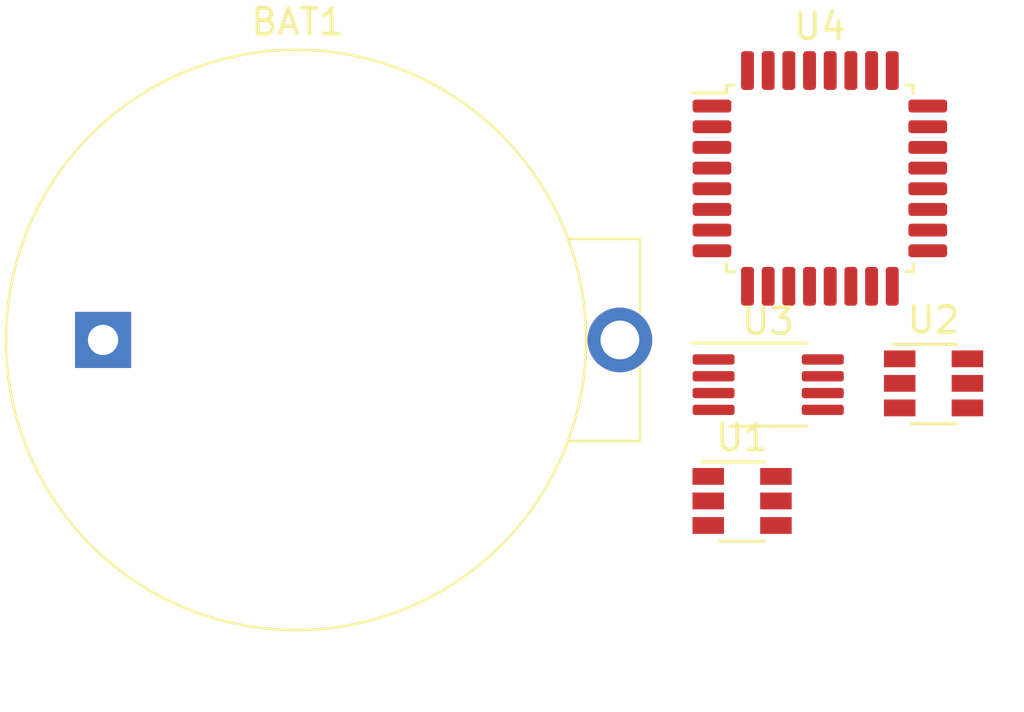
<source format=kicad_pcb>
(kicad_pcb (version 20171130) (host pcbnew 5.1.6)

  (general
    (thickness 1.6)
    (drawings 0)
    (tracks 0)
    (zones 0)
    (modules 5)
    (nets 42)
  )

  (page A4)
  (layers
    (0 F.Cu signal)
    (31 B.Cu signal)
    (32 B.Adhes user)
    (33 F.Adhes user)
    (34 B.Paste user)
    (35 F.Paste user)
    (36 B.SilkS user)
    (37 F.SilkS user)
    (38 B.Mask user)
    (39 F.Mask user)
    (40 Dwgs.User user)
    (41 Cmts.User user)
    (42 Eco1.User user)
    (43 Eco2.User user)
    (44 Edge.Cuts user)
    (45 Margin user)
    (46 B.CrtYd user)
    (47 F.CrtYd user)
    (48 B.Fab user)
    (49 F.Fab user)
  )

  (setup
    (last_trace_width 0.25)
    (trace_clearance 0.2)
    (zone_clearance 0.508)
    (zone_45_only no)
    (trace_min 0.2)
    (via_size 0.8)
    (via_drill 0.4)
    (via_min_size 0.4)
    (via_min_drill 0.3)
    (uvia_size 0.3)
    (uvia_drill 0.1)
    (uvias_allowed no)
    (uvia_min_size 0.2)
    (uvia_min_drill 0.1)
    (edge_width 0.05)
    (segment_width 0.2)
    (pcb_text_width 0.3)
    (pcb_text_size 1.5 1.5)
    (mod_edge_width 0.12)
    (mod_text_size 1 1)
    (mod_text_width 0.15)
    (pad_size 1.524 1.524)
    (pad_drill 0.762)
    (pad_to_mask_clearance 0.05)
    (aux_axis_origin 0 0)
    (visible_elements FFFFFF7F)
    (pcbplotparams
      (layerselection 0x010fc_ffffffff)
      (usegerberextensions false)
      (usegerberattributes true)
      (usegerberadvancedattributes true)
      (creategerberjobfile true)
      (excludeedgelayer true)
      (linewidth 0.100000)
      (plotframeref false)
      (viasonmask false)
      (mode 1)
      (useauxorigin false)
      (hpglpennumber 1)
      (hpglpenspeed 20)
      (hpglpendiameter 15.000000)
      (psnegative false)
      (psa4output false)
      (plotreference true)
      (plotvalue true)
      (plotinvisibletext false)
      (padsonsilk false)
      (subtractmaskfromsilk false)
      (outputformat 1)
      (mirror false)
      (drillshape 1)
      (scaleselection 1)
      (outputdirectory ""))
  )

  (net 0 "")
  (net 1 "Net-(BAT1-PadPos)")
  (net 2 GND)
  (net 3 +5V)
  (net 4 /W1_A)
  (net 5 /I2C_SCL)
  (net 6 /I2C_SDA)
  (net 7 /W1_BUSA)
  (net 8 /W1_B)
  (net 9 "Net-(C1-Pad1)")
  (net 10 "Net-(U3-Pad7)")
  (net 11 "Net-(U3-Pad3)")
  (net 12 "Net-(U3-Pad2)")
  (net 13 "Net-(U3-Pad1)")
  (net 14 "Net-(U4-Pad31)")
  (net 15 "Net-(U4-Pad30)")
  (net 16 "Net-(U4-Pad29)")
  (net 17 "Net-(U4-Pad28)")
  (net 18 "Net-(U4-Pad27)")
  (net 19 "Net-(U4-Pad26)")
  (net 20 "Net-(U4-Pad25)")
  (net 21 "Net-(U4-Pad24)")
  (net 22 "Net-(U4-Pad23)")
  (net 23 "Net-(U4-Pad22)")
  (net 24 "Net-(U4-Pad21)")
  (net 25 "Net-(U4-Pad20)")
  (net 26 "Net-(U4-Pad19)")
  (net 27 "Net-(U4-Pad18)")
  (net 28 +3V3)
  (net 29 "Net-(U4-Pad15)")
  (net 30 "Net-(U4-Pad14)")
  (net 31 "Net-(U4-Pad13)")
  (net 32 "Net-(U4-Pad12)")
  (net 33 "Net-(U4-Pad11)")
  (net 34 "Net-(U4-Pad10)")
  (net 35 "Net-(U4-Pad9)")
  (net 36 "Net-(U4-Pad8)")
  (net 37 "Net-(U4-Pad7)")
  (net 38 "Net-(U4-Pad6)")
  (net 39 "Net-(U4-Pad4)")
  (net 40 "Net-(U4-Pad3)")
  (net 41 "Net-(U4-Pad2)")

  (net_class Default "This is the default net class."
    (clearance 0.2)
    (trace_width 0.25)
    (via_dia 0.8)
    (via_drill 0.4)
    (uvia_dia 0.3)
    (uvia_drill 0.1)
    (add_net +3V3)
    (add_net +5V)
    (add_net /I2C_SCL)
    (add_net /I2C_SDA)
    (add_net /W1_A)
    (add_net /W1_B)
    (add_net /W1_BUSA)
    (add_net GND)
    (add_net "Net-(BAT1-PadPos)")
    (add_net "Net-(C1-Pad1)")
    (add_net "Net-(U3-Pad1)")
    (add_net "Net-(U3-Pad2)")
    (add_net "Net-(U3-Pad3)")
    (add_net "Net-(U3-Pad7)")
    (add_net "Net-(U4-Pad10)")
    (add_net "Net-(U4-Pad11)")
    (add_net "Net-(U4-Pad12)")
    (add_net "Net-(U4-Pad13)")
    (add_net "Net-(U4-Pad14)")
    (add_net "Net-(U4-Pad15)")
    (add_net "Net-(U4-Pad18)")
    (add_net "Net-(U4-Pad19)")
    (add_net "Net-(U4-Pad2)")
    (add_net "Net-(U4-Pad20)")
    (add_net "Net-(U4-Pad21)")
    (add_net "Net-(U4-Pad22)")
    (add_net "Net-(U4-Pad23)")
    (add_net "Net-(U4-Pad24)")
    (add_net "Net-(U4-Pad25)")
    (add_net "Net-(U4-Pad26)")
    (add_net "Net-(U4-Pad27)")
    (add_net "Net-(U4-Pad28)")
    (add_net "Net-(U4-Pad29)")
    (add_net "Net-(U4-Pad3)")
    (add_net "Net-(U4-Pad30)")
    (add_net "Net-(U4-Pad31)")
    (add_net "Net-(U4-Pad4)")
    (add_net "Net-(U4-Pad6)")
    (add_net "Net-(U4-Pad7)")
    (add_net "Net-(U4-Pad8)")
    (add_net "Net-(U4-Pad9)")
  )

  (module Package_QFP:LQFP-32_7x7mm_P0.8mm (layer F.Cu) (tedit 5D9F72AF) (tstamp 5F6BB748)
    (at 207.125001 112.705001)
    (descr "LQFP, 32 Pin (https://www.nxp.com/docs/en/package-information/SOT358-1.pdf), generated with kicad-footprint-generator ipc_gullwing_generator.py")
    (tags "LQFP QFP")
    (path /5F6D1E5B)
    (attr smd)
    (fp_text reference U4 (at 0 -5.88) (layer F.SilkS)
      (effects (font (size 1 1) (thickness 0.15)))
    )
    (fp_text value STM32F042K4Tx (at 0 5.88) (layer F.Fab)
      (effects (font (size 1 1) (thickness 0.15)))
    )
    (fp_text user %R (at 0 0) (layer F.Fab)
      (effects (font (size 1 1) (thickness 0.15)))
    )
    (fp_line (start 3.31 3.61) (end 3.61 3.61) (layer F.SilkS) (width 0.12))
    (fp_line (start 3.61 3.61) (end 3.61 3.31) (layer F.SilkS) (width 0.12))
    (fp_line (start -3.31 3.61) (end -3.61 3.61) (layer F.SilkS) (width 0.12))
    (fp_line (start -3.61 3.61) (end -3.61 3.31) (layer F.SilkS) (width 0.12))
    (fp_line (start 3.31 -3.61) (end 3.61 -3.61) (layer F.SilkS) (width 0.12))
    (fp_line (start 3.61 -3.61) (end 3.61 -3.31) (layer F.SilkS) (width 0.12))
    (fp_line (start -3.31 -3.61) (end -3.61 -3.61) (layer F.SilkS) (width 0.12))
    (fp_line (start -3.61 -3.61) (end -3.61 -3.31) (layer F.SilkS) (width 0.12))
    (fp_line (start -3.61 -3.31) (end -4.925 -3.31) (layer F.SilkS) (width 0.12))
    (fp_line (start -2.5 -3.5) (end 3.5 -3.5) (layer F.Fab) (width 0.1))
    (fp_line (start 3.5 -3.5) (end 3.5 3.5) (layer F.Fab) (width 0.1))
    (fp_line (start 3.5 3.5) (end -3.5 3.5) (layer F.Fab) (width 0.1))
    (fp_line (start -3.5 3.5) (end -3.5 -2.5) (layer F.Fab) (width 0.1))
    (fp_line (start -3.5 -2.5) (end -2.5 -3.5) (layer F.Fab) (width 0.1))
    (fp_line (start 0 -5.18) (end -3.3 -5.18) (layer F.CrtYd) (width 0.05))
    (fp_line (start -3.3 -5.18) (end -3.3 -3.75) (layer F.CrtYd) (width 0.05))
    (fp_line (start -3.3 -3.75) (end -3.75 -3.75) (layer F.CrtYd) (width 0.05))
    (fp_line (start -3.75 -3.75) (end -3.75 -3.3) (layer F.CrtYd) (width 0.05))
    (fp_line (start -3.75 -3.3) (end -5.18 -3.3) (layer F.CrtYd) (width 0.05))
    (fp_line (start -5.18 -3.3) (end -5.18 0) (layer F.CrtYd) (width 0.05))
    (fp_line (start 0 -5.18) (end 3.3 -5.18) (layer F.CrtYd) (width 0.05))
    (fp_line (start 3.3 -5.18) (end 3.3 -3.75) (layer F.CrtYd) (width 0.05))
    (fp_line (start 3.3 -3.75) (end 3.75 -3.75) (layer F.CrtYd) (width 0.05))
    (fp_line (start 3.75 -3.75) (end 3.75 -3.3) (layer F.CrtYd) (width 0.05))
    (fp_line (start 3.75 -3.3) (end 5.18 -3.3) (layer F.CrtYd) (width 0.05))
    (fp_line (start 5.18 -3.3) (end 5.18 0) (layer F.CrtYd) (width 0.05))
    (fp_line (start 0 5.18) (end -3.3 5.18) (layer F.CrtYd) (width 0.05))
    (fp_line (start -3.3 5.18) (end -3.3 3.75) (layer F.CrtYd) (width 0.05))
    (fp_line (start -3.3 3.75) (end -3.75 3.75) (layer F.CrtYd) (width 0.05))
    (fp_line (start -3.75 3.75) (end -3.75 3.3) (layer F.CrtYd) (width 0.05))
    (fp_line (start -3.75 3.3) (end -5.18 3.3) (layer F.CrtYd) (width 0.05))
    (fp_line (start -5.18 3.3) (end -5.18 0) (layer F.CrtYd) (width 0.05))
    (fp_line (start 0 5.18) (end 3.3 5.18) (layer F.CrtYd) (width 0.05))
    (fp_line (start 3.3 5.18) (end 3.3 3.75) (layer F.CrtYd) (width 0.05))
    (fp_line (start 3.3 3.75) (end 3.75 3.75) (layer F.CrtYd) (width 0.05))
    (fp_line (start 3.75 3.75) (end 3.75 3.3) (layer F.CrtYd) (width 0.05))
    (fp_line (start 3.75 3.3) (end 5.18 3.3) (layer F.CrtYd) (width 0.05))
    (fp_line (start 5.18 3.3) (end 5.18 0) (layer F.CrtYd) (width 0.05))
    (pad 32 smd roundrect (at -2.8 -4.175) (size 0.5 1.5) (layers F.Cu F.Paste F.Mask) (roundrect_rratio 0.25)
      (net 2 GND))
    (pad 31 smd roundrect (at -2 -4.175) (size 0.5 1.5) (layers F.Cu F.Paste F.Mask) (roundrect_rratio 0.25)
      (net 14 "Net-(U4-Pad31)"))
    (pad 30 smd roundrect (at -1.2 -4.175) (size 0.5 1.5) (layers F.Cu F.Paste F.Mask) (roundrect_rratio 0.25)
      (net 15 "Net-(U4-Pad30)"))
    (pad 29 smd roundrect (at -0.4 -4.175) (size 0.5 1.5) (layers F.Cu F.Paste F.Mask) (roundrect_rratio 0.25)
      (net 16 "Net-(U4-Pad29)"))
    (pad 28 smd roundrect (at 0.4 -4.175) (size 0.5 1.5) (layers F.Cu F.Paste F.Mask) (roundrect_rratio 0.25)
      (net 17 "Net-(U4-Pad28)"))
    (pad 27 smd roundrect (at 1.2 -4.175) (size 0.5 1.5) (layers F.Cu F.Paste F.Mask) (roundrect_rratio 0.25)
      (net 18 "Net-(U4-Pad27)"))
    (pad 26 smd roundrect (at 2 -4.175) (size 0.5 1.5) (layers F.Cu F.Paste F.Mask) (roundrect_rratio 0.25)
      (net 19 "Net-(U4-Pad26)"))
    (pad 25 smd roundrect (at 2.8 -4.175) (size 0.5 1.5) (layers F.Cu F.Paste F.Mask) (roundrect_rratio 0.25)
      (net 20 "Net-(U4-Pad25)"))
    (pad 24 smd roundrect (at 4.175 -2.8) (size 1.5 0.5) (layers F.Cu F.Paste F.Mask) (roundrect_rratio 0.25)
      (net 21 "Net-(U4-Pad24)"))
    (pad 23 smd roundrect (at 4.175 -2) (size 1.5 0.5) (layers F.Cu F.Paste F.Mask) (roundrect_rratio 0.25)
      (net 22 "Net-(U4-Pad23)"))
    (pad 22 smd roundrect (at 4.175 -1.2) (size 1.5 0.5) (layers F.Cu F.Paste F.Mask) (roundrect_rratio 0.25)
      (net 23 "Net-(U4-Pad22)"))
    (pad 21 smd roundrect (at 4.175 -0.4) (size 1.5 0.5) (layers F.Cu F.Paste F.Mask) (roundrect_rratio 0.25)
      (net 24 "Net-(U4-Pad21)"))
    (pad 20 smd roundrect (at 4.175 0.4) (size 1.5 0.5) (layers F.Cu F.Paste F.Mask) (roundrect_rratio 0.25)
      (net 25 "Net-(U4-Pad20)"))
    (pad 19 smd roundrect (at 4.175 1.2) (size 1.5 0.5) (layers F.Cu F.Paste F.Mask) (roundrect_rratio 0.25)
      (net 26 "Net-(U4-Pad19)"))
    (pad 18 smd roundrect (at 4.175 2) (size 1.5 0.5) (layers F.Cu F.Paste F.Mask) (roundrect_rratio 0.25)
      (net 27 "Net-(U4-Pad18)"))
    (pad 17 smd roundrect (at 4.175 2.8) (size 1.5 0.5) (layers F.Cu F.Paste F.Mask) (roundrect_rratio 0.25)
      (net 28 +3V3))
    (pad 16 smd roundrect (at 2.8 4.175) (size 0.5 1.5) (layers F.Cu F.Paste F.Mask) (roundrect_rratio 0.25)
      (net 2 GND))
    (pad 15 smd roundrect (at 2 4.175) (size 0.5 1.5) (layers F.Cu F.Paste F.Mask) (roundrect_rratio 0.25)
      (net 29 "Net-(U4-Pad15)"))
    (pad 14 smd roundrect (at 1.2 4.175) (size 0.5 1.5) (layers F.Cu F.Paste F.Mask) (roundrect_rratio 0.25)
      (net 30 "Net-(U4-Pad14)"))
    (pad 13 smd roundrect (at 0.4 4.175) (size 0.5 1.5) (layers F.Cu F.Paste F.Mask) (roundrect_rratio 0.25)
      (net 31 "Net-(U4-Pad13)"))
    (pad 12 smd roundrect (at -0.4 4.175) (size 0.5 1.5) (layers F.Cu F.Paste F.Mask) (roundrect_rratio 0.25)
      (net 32 "Net-(U4-Pad12)"))
    (pad 11 smd roundrect (at -1.2 4.175) (size 0.5 1.5) (layers F.Cu F.Paste F.Mask) (roundrect_rratio 0.25)
      (net 33 "Net-(U4-Pad11)"))
    (pad 10 smd roundrect (at -2 4.175) (size 0.5 1.5) (layers F.Cu F.Paste F.Mask) (roundrect_rratio 0.25)
      (net 34 "Net-(U4-Pad10)"))
    (pad 9 smd roundrect (at -2.8 4.175) (size 0.5 1.5) (layers F.Cu F.Paste F.Mask) (roundrect_rratio 0.25)
      (net 35 "Net-(U4-Pad9)"))
    (pad 8 smd roundrect (at -4.175 2.8) (size 1.5 0.5) (layers F.Cu F.Paste F.Mask) (roundrect_rratio 0.25)
      (net 36 "Net-(U4-Pad8)"))
    (pad 7 smd roundrect (at -4.175 2) (size 1.5 0.5) (layers F.Cu F.Paste F.Mask) (roundrect_rratio 0.25)
      (net 37 "Net-(U4-Pad7)"))
    (pad 6 smd roundrect (at -4.175 1.2) (size 1.5 0.5) (layers F.Cu F.Paste F.Mask) (roundrect_rratio 0.25)
      (net 38 "Net-(U4-Pad6)"))
    (pad 5 smd roundrect (at -4.175 0.4) (size 1.5 0.5) (layers F.Cu F.Paste F.Mask) (roundrect_rratio 0.25)
      (net 28 +3V3))
    (pad 4 smd roundrect (at -4.175 -0.4) (size 1.5 0.5) (layers F.Cu F.Paste F.Mask) (roundrect_rratio 0.25)
      (net 39 "Net-(U4-Pad4)"))
    (pad 3 smd roundrect (at -4.175 -1.2) (size 1.5 0.5) (layers F.Cu F.Paste F.Mask) (roundrect_rratio 0.25)
      (net 40 "Net-(U4-Pad3)"))
    (pad 2 smd roundrect (at -4.175 -2) (size 1.5 0.5) (layers F.Cu F.Paste F.Mask) (roundrect_rratio 0.25)
      (net 41 "Net-(U4-Pad2)"))
    (pad 1 smd roundrect (at -4.175 -2.8) (size 1.5 0.5) (layers F.Cu F.Paste F.Mask) (roundrect_rratio 0.25)
      (net 28 +3V3))
    (model ${KISYS3DMOD}/Package_QFP.3dshapes/LQFP-32_7x7mm_P0.8mm.wrl
      (at (xyz 0 0 0))
      (scale (xyz 1 1 1))
      (rotate (xyz 0 0 0))
    )
  )

  (module Package_SO:MSOP-8_3x3mm_P0.65mm (layer F.Cu) (tedit 5E509FDD) (tstamp 5F6BB6FD)
    (at 205.125001 120.685001)
    (descr "MSOP, 8 Pin (https://www.jedec.org/system/files/docs/mo-187F.pdf variant AA), generated with kicad-footprint-generator ipc_gullwing_generator.py")
    (tags "MSOP SO")
    (path /5DF1C663)
    (attr smd)
    (fp_text reference U3 (at 0 -2.45) (layer F.SilkS)
      (effects (font (size 1 1) (thickness 0.15)))
    )
    (fp_text value PCF8563TS (at 0 2.45) (layer F.Fab)
      (effects (font (size 1 1) (thickness 0.15)))
    )
    (fp_text user %R (at 0 0) (layer F.Fab)
      (effects (font (size 0.75 0.75) (thickness 0.11)))
    )
    (fp_line (start 0 1.61) (end 1.5 1.61) (layer F.SilkS) (width 0.12))
    (fp_line (start 0 1.61) (end -1.5 1.61) (layer F.SilkS) (width 0.12))
    (fp_line (start 0 -1.61) (end 1.5 -1.61) (layer F.SilkS) (width 0.12))
    (fp_line (start 0 -1.61) (end -2.925 -1.61) (layer F.SilkS) (width 0.12))
    (fp_line (start -0.75 -1.5) (end 1.5 -1.5) (layer F.Fab) (width 0.1))
    (fp_line (start 1.5 -1.5) (end 1.5 1.5) (layer F.Fab) (width 0.1))
    (fp_line (start 1.5 1.5) (end -1.5 1.5) (layer F.Fab) (width 0.1))
    (fp_line (start -1.5 1.5) (end -1.5 -0.75) (layer F.Fab) (width 0.1))
    (fp_line (start -1.5 -0.75) (end -0.75 -1.5) (layer F.Fab) (width 0.1))
    (fp_line (start -3.18 -1.75) (end -3.18 1.75) (layer F.CrtYd) (width 0.05))
    (fp_line (start -3.18 1.75) (end 3.18 1.75) (layer F.CrtYd) (width 0.05))
    (fp_line (start 3.18 1.75) (end 3.18 -1.75) (layer F.CrtYd) (width 0.05))
    (fp_line (start 3.18 -1.75) (end -3.18 -1.75) (layer F.CrtYd) (width 0.05))
    (pad 8 smd roundrect (at 2.1125 -0.975) (size 1.625 0.4) (layers F.Cu F.Paste F.Mask) (roundrect_rratio 0.25)
      (net 9 "Net-(C1-Pad1)"))
    (pad 7 smd roundrect (at 2.1125 -0.325) (size 1.625 0.4) (layers F.Cu F.Paste F.Mask) (roundrect_rratio 0.25)
      (net 10 "Net-(U3-Pad7)"))
    (pad 6 smd roundrect (at 2.1125 0.325) (size 1.625 0.4) (layers F.Cu F.Paste F.Mask) (roundrect_rratio 0.25)
      (net 5 /I2C_SCL))
    (pad 5 smd roundrect (at 2.1125 0.975) (size 1.625 0.4) (layers F.Cu F.Paste F.Mask) (roundrect_rratio 0.25)
      (net 6 /I2C_SDA))
    (pad 4 smd roundrect (at -2.1125 0.975) (size 1.625 0.4) (layers F.Cu F.Paste F.Mask) (roundrect_rratio 0.25)
      (net 2 GND))
    (pad 3 smd roundrect (at -2.1125 0.325) (size 1.625 0.4) (layers F.Cu F.Paste F.Mask) (roundrect_rratio 0.25)
      (net 11 "Net-(U3-Pad3)"))
    (pad 2 smd roundrect (at -2.1125 -0.325) (size 1.625 0.4) (layers F.Cu F.Paste F.Mask) (roundrect_rratio 0.25)
      (net 12 "Net-(U3-Pad2)"))
    (pad 1 smd roundrect (at -2.1125 -0.975) (size 1.625 0.4) (layers F.Cu F.Paste F.Mask) (roundrect_rratio 0.25)
      (net 13 "Net-(U3-Pad1)"))
    (model ${KISYS3DMOD}/Package_SO.3dshapes/MSOP-8_3x3mm_P0.65mm.wrl
      (at (xyz 0 0 0))
      (scale (xyz 1 1 1))
      (rotate (xyz 0 0 0))
    )
  )

  (module Package_TO_SOT_SMD:TSOT-23-6 (layer F.Cu) (tedit 5A02FF57) (tstamp 5F6BB6E3)
    (at 211.525001 120.635001)
    (descr "6-pin TSOT23 package, http://cds.linear.com/docs/en/packaging/SOT_6_05-08-1636.pdf")
    (tags "TSOT-23-6 MK06A TSOT-6")
    (path /5DF10471)
    (attr smd)
    (fp_text reference U2 (at 0 -2.45) (layer F.SilkS)
      (effects (font (size 1 1) (thickness 0.15)))
    )
    (fp_text value DS2484R (at 0 2.5) (layer F.Fab)
      (effects (font (size 1 1) (thickness 0.15)))
    )
    (fp_text user %R (at 0 0 90) (layer F.Fab)
      (effects (font (size 0.5 0.5) (thickness 0.075)))
    )
    (fp_line (start -0.88 1.56) (end 0.88 1.56) (layer F.SilkS) (width 0.12))
    (fp_line (start 0.88 -1.51) (end -1.55 -1.51) (layer F.SilkS) (width 0.12))
    (fp_line (start -0.88 -1) (end -0.43 -1.45) (layer F.Fab) (width 0.1))
    (fp_line (start 0.88 -1.45) (end -0.43 -1.45) (layer F.Fab) (width 0.1))
    (fp_line (start -0.88 -1) (end -0.88 1.45) (layer F.Fab) (width 0.1))
    (fp_line (start 0.88 1.45) (end -0.88 1.45) (layer F.Fab) (width 0.1))
    (fp_line (start 0.88 -1.45) (end 0.88 1.45) (layer F.Fab) (width 0.1))
    (fp_line (start -2.17 -1.7) (end 2.17 -1.7) (layer F.CrtYd) (width 0.05))
    (fp_line (start -2.17 -1.7) (end -2.17 1.7) (layer F.CrtYd) (width 0.05))
    (fp_line (start 2.17 1.7) (end 2.17 -1.7) (layer F.CrtYd) (width 0.05))
    (fp_line (start 2.17 1.7) (end -2.17 1.7) (layer F.CrtYd) (width 0.05))
    (pad 6 smd rect (at 1.31 -0.95) (size 1.22 0.65) (layers F.Cu F.Paste F.Mask)
      (net 3 +5V))
    (pad 5 smd rect (at 1.31 0) (size 1.22 0.65) (layers F.Cu F.Paste F.Mask)
      (net 8 /W1_B))
    (pad 4 smd rect (at 1.31 0.95) (size 1.22 0.65) (layers F.Cu F.Paste F.Mask)
      (net 2 GND))
    (pad 3 smd rect (at -1.31 0.95) (size 1.22 0.65) (layers F.Cu F.Paste F.Mask)
      (net 5 /I2C_SCL))
    (pad 2 smd rect (at -1.31 0) (size 1.22 0.65) (layers F.Cu F.Paste F.Mask)
      (net 6 /I2C_SDA))
    (pad 1 smd rect (at -1.31 -0.95) (size 1.22 0.65) (layers F.Cu F.Paste F.Mask)
      (net 7 /W1_BUSA))
    (model ${KISYS3DMOD}/Package_TO_SOT_SMD.3dshapes/TSOT-23-6.wrl
      (at (xyz 0 0 0))
      (scale (xyz 1 1 1))
      (rotate (xyz 0 0 0))
    )
  )

  (module Package_TO_SOT_SMD:TSOT-23-6 (layer F.Cu) (tedit 5A02FF57) (tstamp 5F6BB6CD)
    (at 204.115001 125.185001)
    (descr "6-pin TSOT23 package, http://cds.linear.com/docs/en/packaging/SOT_6_05-08-1636.pdf")
    (tags "TSOT-23-6 MK06A TSOT-6")
    (path /5DF0940B)
    (attr smd)
    (fp_text reference U1 (at 0 -2.45) (layer F.SilkS)
      (effects (font (size 1 1) (thickness 0.15)))
    )
    (fp_text value DS2484R (at 0 2.5) (layer F.Fab)
      (effects (font (size 1 1) (thickness 0.15)))
    )
    (fp_text user %R (at 0 0 90) (layer F.Fab)
      (effects (font (size 0.5 0.5) (thickness 0.075)))
    )
    (fp_line (start -0.88 1.56) (end 0.88 1.56) (layer F.SilkS) (width 0.12))
    (fp_line (start 0.88 -1.51) (end -1.55 -1.51) (layer F.SilkS) (width 0.12))
    (fp_line (start -0.88 -1) (end -0.43 -1.45) (layer F.Fab) (width 0.1))
    (fp_line (start 0.88 -1.45) (end -0.43 -1.45) (layer F.Fab) (width 0.1))
    (fp_line (start -0.88 -1) (end -0.88 1.45) (layer F.Fab) (width 0.1))
    (fp_line (start 0.88 1.45) (end -0.88 1.45) (layer F.Fab) (width 0.1))
    (fp_line (start 0.88 -1.45) (end 0.88 1.45) (layer F.Fab) (width 0.1))
    (fp_line (start -2.17 -1.7) (end 2.17 -1.7) (layer F.CrtYd) (width 0.05))
    (fp_line (start -2.17 -1.7) (end -2.17 1.7) (layer F.CrtYd) (width 0.05))
    (fp_line (start 2.17 1.7) (end 2.17 -1.7) (layer F.CrtYd) (width 0.05))
    (fp_line (start 2.17 1.7) (end -2.17 1.7) (layer F.CrtYd) (width 0.05))
    (pad 6 smd rect (at 1.31 -0.95) (size 1.22 0.65) (layers F.Cu F.Paste F.Mask)
      (net 3 +5V))
    (pad 5 smd rect (at 1.31 0) (size 1.22 0.65) (layers F.Cu F.Paste F.Mask)
      (net 4 /W1_A))
    (pad 4 smd rect (at 1.31 0.95) (size 1.22 0.65) (layers F.Cu F.Paste F.Mask)
      (net 2 GND))
    (pad 3 smd rect (at -1.31 0.95) (size 1.22 0.65) (layers F.Cu F.Paste F.Mask)
      (net 5 /I2C_SCL))
    (pad 2 smd rect (at -1.31 0) (size 1.22 0.65) (layers F.Cu F.Paste F.Mask)
      (net 6 /I2C_SDA))
    (pad 1 smd rect (at -1.31 -0.95) (size 1.22 0.65) (layers F.Cu F.Paste F.Mask)
      (net 7 /W1_BUSA))
    (model ${KISYS3DMOD}/Package_TO_SOT_SMD.3dshapes/TSOT-23-6.wrl
      (at (xyz 0 0 0))
      (scale (xyz 1 1 1))
      (rotate (xyz 0 0 0))
    )
  )

  (module digikey-footprints:Battery_Holder_Coin_2032_BS-7 (layer F.Cu) (tedit 5ACD0859) (tstamp 5F6BB6B7)
    (at 179.387401 118.955001)
    (descr http://www.memoryprotectiondevices.com/datasheets/BS-7-datasheet.pdf)
    (path /5DF37991)
    (fp_text reference BAT1 (at 7.52856 -12.3063) (layer F.SilkS)
      (effects (font (size 1 1) (thickness 0.15)))
    )
    (fp_text value Coin (at 7.4676 13.56) (layer F.Fab)
      (effects (font (size 1 1) (thickness 0.15)))
    )
    (fp_text user %R (at 7.4676 0) (layer F.Fab)
      (effects (font (size 1 1) (thickness 0.15)))
    )
    (fp_line (start -3.9624 11.43) (end 21.5138 11.43) (layer F.CrtYd) (width 0.05))
    (fp_line (start -3.9624 -11.43) (end 21.5138 -11.43) (layer F.CrtYd) (width 0.05))
    (fp_line (start 21.5138 -11.43) (end 21.5138 11.43) (layer F.CrtYd) (width 0.05))
    (fp_line (start -3.9624 -11.43) (end -3.9624 11.43) (layer F.CrtYd) (width 0.05))
    (fp_line (start 20.7772 3.9116) (end 20.7772 1.0668) (layer F.SilkS) (width 0.1))
    (fp_line (start 20.7772 -3.9116) (end 20.7772 -1.0668) (layer F.SilkS) (width 0.1))
    (fp_line (start 18.034 3.9116) (end 20.7772 3.9116) (layer F.SilkS) (width 0.1))
    (fp_line (start 18.034 -3.9116) (end 20.7772 -3.9116) (layer F.SilkS) (width 0.1))
    (fp_line (start 20.6756 -3.81) (end 20.6756 3.81) (layer F.Fab) (width 0.1))
    (fp_line (start 17.9832 3.81) (end 20.6756 3.81) (layer F.Fab) (width 0.1))
    (fp_line (start 17.9832 -3.81) (end 20.6756 -3.81) (layer F.Fab) (width 0.1))
    (fp_circle (center 7.4676 0) (end -3.7592 0) (layer F.SilkS) (width 0.1))
    (fp_circle (center 7.4676 0) (end -3.7084 0) (layer F.Fab) (width 0.1))
    (pad Pos thru_hole circle (at 20 0) (size 2.5 2.5) (drill 1.5) (layers *.Cu *.Mask)
      (net 1 "Net-(BAT1-PadPos)"))
    (pad Neg thru_hole rect (at 0 0) (size 2.17 2.17) (drill 1.17) (layers *.Cu *.Mask)
      (net 2 GND))
  )

)

</source>
